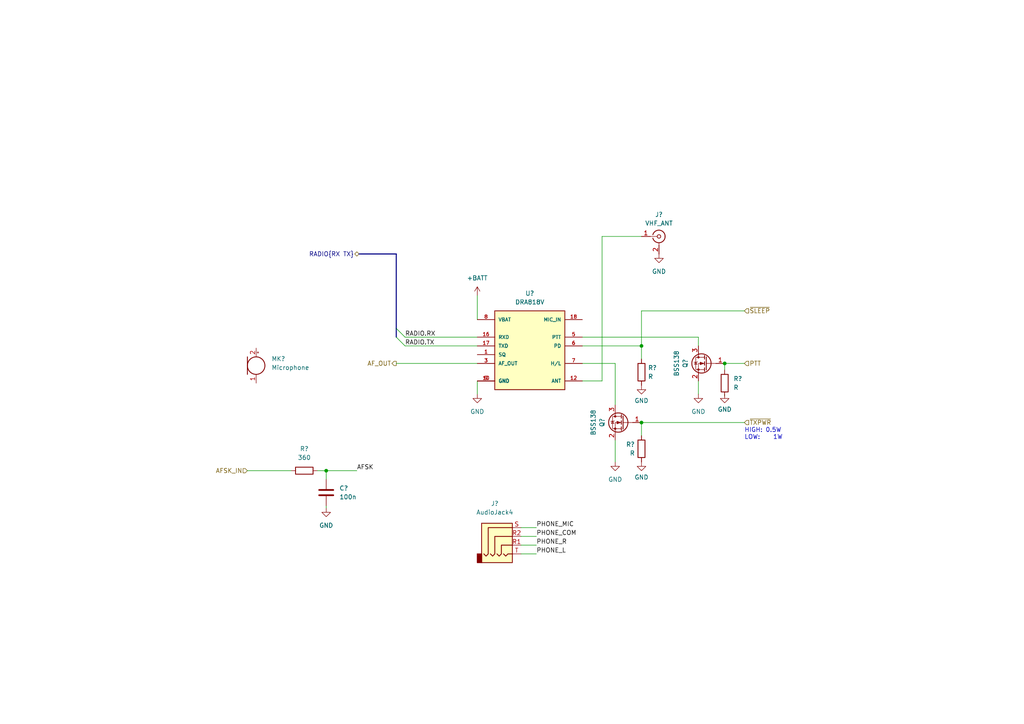
<source format=kicad_sch>
(kicad_sch (version 20211123) (generator eeschema)
  (paper "A4")
  (lib_symbols
    (symbol "Connector:AudioJack4"
      (property "Reference" "J" (at 0 8.89 0))
      (property "Value" "AudioJack4" (at 0 6.35 0))
      (symbol "AudioJack4_0_1"
        (rectangle (start -6.35 -5.08) (end -7.62 -7.62) (stroke (width 0.254)) (fill (type outline)))
        (polyline (pts (xy 0 -5.08) (xy 0.635 -5.715) (xy 1.27 -5.08) (xy 2.54 -5.08)) (stroke (width 0.254)))
        (polyline (pts (xy -5.715 -5.08) (xy -5.08 -5.715) (xy -4.445 -5.08) (xy -4.445 2.54) (xy 2.54 2.54)) (stroke (width 0.254)))
        (polyline (pts (xy -1.905 -5.08) (xy -1.27 -5.715) (xy -0.635 -5.08) (xy -0.635 -2.54) (xy 2.54 -2.54)) (stroke (width 0.254)))
        (polyline (pts (xy 2.54 0) (xy -2.54 0) (xy -2.54 -5.08) (xy -3.175 -5.715) (xy -3.81 -5.08)) (stroke (width 0.254)))
        (rectangle (start 2.54 3.81) (end -6.35 -7.62) (stroke (width 0.254)) (fill (type background)))
      )
      (symbol "AudioJack4_1_1"
        (pin passive line (at 5.08 -2.54 180) (length 2.54) (name "~") (number "R1"))
        (pin passive line (at 5.08 0 180) (length 2.54) (name "~") (number "R2"))
        (pin passive line (at 5.08 2.54 180) (length 2.54) (name "~") (number "S"))
        (pin passive line (at 5.08 -5.08 180) (length 2.54) (name "~") (number "T"))
      )
    )
    (symbol "Connector:Conn_Coaxial" (pin_names (offset 1.016) hide)
      (property "Reference" "J" (at 0.254 3.048 0))
      (property "Value" "Conn_Coaxial" (at 2.921 0 90))
      (symbol "Conn_Coaxial_0_1"
        (arc (start -1.778 -0.508) (mid 0.222 -1.808) (end 1.778 0) (stroke (width 0.254)))
        (polyline (pts (xy -2.54 0) (xy -0.508 0)))
        (polyline (pts (xy 0 -2.54) (xy 0 -1.778)))
        (circle (center 0 0) (radius 0.508) (stroke (width 0.2032)))
        (arc (start 1.778 0) (mid 0.222 1.8083) (end -1.778 0.508) (stroke (width 0.254)))
      )
      (symbol "Conn_Coaxial_1_1"
        (pin passive line (at -5.08 0 0) (length 2.54) (name "In") (number "1"))
        (pin passive line (at 0 -5.08 90) (length 2.54) (name "Ext") (number "2"))
      )
    )
    (symbol "DRA818V:DRA818V" (pin_names (offset 1.016))
      (property "Reference" "U" (at -10.1661 13.2159 0))
      (property "Value" "DRA818V" (at -10.1663 -12.7078 0))
      (symbol "DRA818V_0_0"
        (rectangle (start -10.16 -10.16) (end 10.16 12.7) (stroke (width 0.254)) (fill (type background)))
        (pin output line (at 15.24 0 180) (length 5.08) (name "SQ") (number "1"))
        (pin power_in line (at 15.24 -7.62 180) (length 5.08) (name "GND") (number "10"))
        (pin passive line (at -15.24 -7.62 0) (length 5.08) (name "ANT") (number "12"))
        (pin input line (at 15.24 5.08 180) (length 5.08) (name "RXD") (number "16"))
        (pin output line (at 15.24 2.54 180) (length 5.08) (name "TXD") (number "17"))
        (pin input line (at -15.24 10.16 0) (length 5.08) (name "MIC_IN") (number "18"))
        (pin output line (at 15.24 -2.54 180) (length 5.08) (name "AF_OUT") (number "3"))
        (pin input line (at -15.24 5.08 0) (length 5.08) (name "PTT") (number "5"))
        (pin input line (at -15.24 2.54 0) (length 5.08) (name "PD") (number "6"))
        (pin input line (at -15.24 -2.54 0) (length 5.08) (name "H/L") (number "7"))
        (pin power_in line (at 15.24 10.16 180) (length 5.08) (name "VBAT") (number "8"))
        (pin power_in line (at 15.24 -7.62 180) (length 5.08) (name "GND") (number "9"))
      )
    )
    (symbol "Device:C" (pin_numbers hide) (pin_names (offset 0.254))
      (property "Reference" "C" (at 0.635 2.54 0))
      (property "Value" "C" (at 0.635 -2.54 0))
      (symbol "C_0_1"
        (polyline (pts (xy -2.032 -0.762) (xy 2.032 -0.762)) (stroke (width 0.508)))
        (polyline (pts (xy -2.032 0.762) (xy 2.032 0.762)) (stroke (width 0.508)))
      )
      (symbol "C_1_1"
        (pin passive line (at 0 3.81 270) (length 2.794) (name "~") (number "1"))
        (pin passive line (at 0 -3.81 90) (length 2.794) (name "~") (number "2"))
      )
    )
    (symbol "Device:Microphone" (pin_names (offset 0.0254) hide)
      (property "Reference" "MK" (at -3.81 1.27 0))
      (property "Value" "Microphone" (at -3.81 -0.635 0))
      (symbol "Microphone_0_1"
        (polyline (pts (xy -2.54 2.54) (xy -2.54 -2.54)) (stroke (width 0.254)))
        (polyline (pts (xy 0.254 3.81) (xy 0.762 3.81)))
        (polyline (pts (xy 0.508 4.064) (xy 0.508 3.556)))
        (circle (center 0 0) (radius 2.54) (stroke (width 0.254)))
      )
      (symbol "Microphone_1_1"
        (pin passive line (at 0 -5.08 90) (length 2.54) (name "-") (number "1"))
        (pin passive line (at 0 5.08 270) (length 2.54) (name "+") (number "2"))
      )
    )
    (symbol "Device:R" (pin_numbers hide) (pin_names (offset 0))
      (property "Reference" "R" (at 2.032 0 90))
      (property "Value" "R" (at 0 0 90))
      (symbol "R_0_1"
        (rectangle (start -1.016 -2.54) (end 1.016 2.54) (stroke (width 0.254)))
      )
      (symbol "R_1_1"
        (pin passive line (at 0 3.81 270) (length 1.27) (name "~") (number "1"))
        (pin passive line (at 0 -3.81 90) (length 1.27) (name "~") (number "2"))
      )
    )
    (symbol "Transistor_FET:BSS138" (pin_names hide)
      (property "Reference" "Q" (at 5.08 1.905 0))
      (property "Value" "BSS138" (at 5.08 0 0))
      (symbol "BSS138_0_1"
        (polyline (pts (xy 0.254 0) (xy -2.54 0)))
        (polyline (pts (xy 0.254 1.905) (xy 0.254 -1.905)) (stroke (width 0.254)))
        (polyline (pts (xy 0.762 -1.27) (xy 0.762 -2.286)) (stroke (width 0.254)))
        (polyline (pts (xy 0.762 0.508) (xy 0.762 -0.508)) (stroke (width 0.254)))
        (polyline (pts (xy 0.762 2.286) (xy 0.762 1.27)) (stroke (width 0.254)))
        (polyline (pts (xy 2.54 2.54) (xy 2.54 1.778)))
        (polyline (pts (xy 2.54 -2.54) (xy 2.54 0) (xy 0.762 0)))
        (polyline (pts (xy 0.762 -1.778) (xy 3.302 -1.778) (xy 3.302 1.778) (xy 0.762 1.778)))
        (polyline (pts (xy 1.016 0) (xy 2.032 0.381) (xy 2.032 -0.381) (xy 1.016 0)) (fill (type outline)))
        (polyline (pts (xy 2.794 0.508) (xy 2.921 0.381) (xy 3.683 0.381) (xy 3.81 0.254)))
        (polyline (pts (xy 3.302 0.381) (xy 2.921 -0.254) (xy 3.683 -0.254) (xy 3.302 0.381)))
        (circle (center 1.651 0) (radius 2.794) (stroke (width 0.254)))
        (circle (center 2.54 -1.778) (radius 0.254) (fill (type outline)))
        (circle (center 2.54 1.778) (radius 0.254) (fill (type outline)))
      )
      (symbol "BSS138_1_1"
        (pin input line (at -5.08 0 0) (length 2.54) (name "G") (number "1"))
        (pin passive line (at 2.54 -5.08 90) (length 2.54) (name "S") (number "2"))
        (pin passive line (at 2.54 5.08 270) (length 2.54) (name "D") (number "3"))
      )
    )
    (symbol "power:+BATT" (power) (pin_names (offset 0))
      (property "Value" "+BATT" (at 0 3.556 0))
      (symbol "+BATT_0_1"
        (polyline (pts (xy -0.762 1.27) (xy 0 2.54)))
        (polyline (pts (xy 0 0) (xy 0 2.54)))
        (polyline (pts (xy 0 2.54) (xy 0.762 1.27)))
      )
      (symbol "+BATT_1_1"
        (pin power_in line (at 0 0 90) (length 0) hide (name "+BATT") (number "1"))
      )
    )
    (symbol "power:GND" (power) (pin_names (offset 0))
      (property "Value" "GND" (at 0 -3.81 0))
      (symbol "GND_0_1"
        (polyline (pts (xy 0 0) (xy 0 -1.27) (xy 1.27 -1.27) (xy 0 -2.54) (xy -1.27 -1.27) (xy 0 -1.27)))
      )
      (symbol "GND_1_1"
        (pin power_in line (at 0 0 270) (length 0) hide (name "GND") (number "1"))
      )
    )
  )
  (junction (at 210.185 105.41))
  (junction (at 186.055 122.555))
  (junction (at 94.615 136.525))
  (junction (at 186.055 100.33))
  (bus_entry (at 117.475 100.33) (size -2.54 -2.54))
  (bus_entry (at 117.475 97.79) (size -2.54 -2.54))
  (wire (pts (xy 168.91 100.33) (xy 186.055 100.33)))
  (bus (pts (xy 114.935 95.25) (xy 114.935 73.66)))
  (wire (pts (xy 71.755 136.525) (xy 84.455 136.525)))
  (wire (pts (xy 138.43 85.725) (xy 138.43 92.71)))
  (wire (pts (xy 186.055 122.555) (xy 186.055 126.365)))
  (wire (pts (xy 94.615 136.525) (xy 103.505 136.525)))
  (wire (pts (xy 117.475 100.33) (xy 138.43 100.33)))
  (wire (pts (xy 178.435 133.985) (xy 178.435 127.635)))
  (wire (pts (xy 215.9 90.17) (xy 186.055 90.17)))
  (wire (pts (xy 94.615 146.685) (xy 94.615 147.32)))
  (wire (pts (xy 174.625 68.58) (xy 186.055 68.58)))
  (wire (pts (xy 168.91 97.79) (xy 202.565 97.79)))
  (bus (pts (xy 104.14 73.66) (xy 114.935 73.66)))
  (wire (pts (xy 168.91 105.41) (xy 178.435 105.41)))
  (wire (pts (xy 202.565 97.79) (xy 202.565 100.33)))
  (wire (pts (xy 210.185 105.41) (xy 210.185 107.315)))
  (wire (pts (xy 155.575 160.655) (xy 151.13 160.655)))
  (wire (pts (xy 92.075 136.525) (xy 94.615 136.525)))
  (wire (pts (xy 186.055 122.555) (xy 215.9 122.555)))
  (wire (pts (xy 186.055 90.17) (xy 186.055 100.33)))
  (wire (pts (xy 186.055 100.33) (xy 186.055 104.14)))
  (wire (pts (xy 210.185 105.41) (xy 215.9 105.41)))
  (wire (pts (xy 178.435 105.41) (xy 178.435 117.475)))
  (wire (pts (xy 155.575 153.035) (xy 151.13 153.035)))
  (wire (pts (xy 151.13 155.575) (xy 155.575 155.575)))
  (wire (pts (xy 168.91 110.49) (xy 174.625 110.49)))
  (wire (pts (xy 155.575 158.115) (xy 151.13 158.115)))
  (wire (pts (xy 210.185 114.935) (xy 210.185 114.3)))
  (wire (pts (xy 94.615 136.525) (xy 94.615 139.065)))
  (wire (pts (xy 138.43 110.49) (xy 138.43 114.3)))
  (wire (pts (xy 138.43 97.79) (xy 117.475 97.79)))
  (wire (pts (xy 114.935 105.41) (xy 138.43 105.41)))
  (wire (pts (xy 174.625 110.49) (xy 174.625 68.58)))
  (bus (pts (xy 114.935 97.79) (xy 114.935 95.25)))
  (wire (pts (xy 202.565 114.3) (xy 202.565 110.49)))
  (text "HIGH: 0.5W\nLOW:    1W" (at 215.9 127.635 0) (effects (font (size 1.27 1.27)) (justify left bottom)))
  (label "PHONE_R" (at 155.575 158.115 0))
  (label "PHONE_L" (at 155.575 160.655 0))
  (label "PHONE_COM" (at 155.575 155.575 0))
  (label "RADIO.TX" (at 117.475 100.33 0))
  (label "PHONE_MIC" (at 155.575 153.035 0))
  (label "RADIO.RX" (at 117.475 97.79 0))
  (label "AFSK" (at 103.505 136.525 0))
  (hierarchical_label "PTT" (shape input) (at 215.9 105.41 0))
  (hierarchical_label "AFSK_IN" (shape input) (at 71.755 136.525 180))
  (hierarchical_label "~{SLEEP}" (shape input) (at 215.9 90.17 0))
  (hierarchical_label "RADIO{RX TX}" (shape bidirectional) (at 104.14 73.66 180))
  (hierarchical_label "~{TXPWR}" (shape input) (at 215.9 122.555 0))
  (hierarchical_label "AF_OUT" (shape output) (at 114.935 105.41 180))
  (symbol (lib_id "Connector:Conn_Coaxial") (at 191.135 68.58 0) (unit 1)
    (property "Reference" "J?" (at 191.135 62.23 0))
    (property "Value" "VHF_ANT" (at 191.135 64.77 0))
    (property "Datasheet" " ~" (effects hide))
  )
  (symbol (lib_id "Transistor_FET:BSS138") (at 180.975 122.555 0) (mirror y) (unit 1)
    (property "Reference" "Q?" (at 174.625 122.555 90))
    (property "Value" "BSS138" (at 172.085 122.555 90))
    (property "Footprint" "Package_TO_SOT_SMD:SOT-23" (effects hide))
    (property "Datasheet" "https://www.onsemi.com/pub/Collateral/BSS138-D.PDF" (effects hide))
  )
  (symbol (lib_id "power:GND") (at 186.055 111.76 0) (unit 1)
    (property "Reference" "#PWR0122" (effects hide))
    (property "Value" "GND" (at 186.055 116.205 0))
  )
  (symbol (lib_id "power:GND") (at 202.565 114.3 0) (unit 1)
    (property "Reference" "#PWR0161" (effects hide))
    (property "Value" "GND" (at 202.565 119.38 0))
  )
  (symbol (lib_id "Device:R") (at 186.055 107.95 0) (unit 1)
    (property "Reference" "R?" (at 187.96 106.6799 0) (effects (justify left)))
    (property "Value" "R" (at 187.96 109.2199 0) (effects (justify left)))
  )
  (symbol (lib_id "power:GND") (at 210.185 114.3 0) (unit 1)
    (property "Reference" "#PWR0162" (effects hide))
    (property "Value" "GND" (at 210.185 118.745 0))
  )
  (symbol (lib_id "Device:R") (at 210.185 111.125 0) (unit 1)
    (property "Reference" "R?" (at 212.725 109.8549 0) (effects (justify left)))
    (property "Value" "R" (at 212.725 112.3949 0) (effects (justify left)))
  )
  (symbol (lib_id "power:GND") (at 94.615 147.32 0) (unit 1)
    (property "Reference" "#PWR0125" (effects hide))
    (property "Value" "GND" (at 94.615 152.4 0))
  )
  (symbol (lib_id "power:GND") (at 138.43 114.3 0) (unit 1)
    (property "Reference" "#PWR0126" (effects hide))
    (property "Value" "GND" (at 138.43 119.38 0))
  )
  (symbol (lib_id "Device:R") (at 88.265 136.525 90) (unit 1)
    (property "Reference" "R?" (at 88.265 130.175 90))
    (property "Value" "360" (at 88.265 132.715 90))
  )
  (symbol (lib_id "power:GND") (at 178.435 133.985 0) (unit 1)
    (property "Reference" "#PWR0123" (effects hide))
    (property "Value" "GND" (at 178.435 139.065 0))
  )
  (symbol (lib_id "power:GND") (at 191.135 73.66 0) (mirror y) (unit 1)
    (property "Reference" "#PWR0127" (effects hide))
    (property "Value" "GND" (at 191.135 78.74 0))
  )
  (symbol (lib_id "power:+BATT") (at 138.43 85.725 0) (unit 1)
    (property "Reference" "#PWR0163" (effects hide))
    (property "Value" "+BATT" (at 138.43 80.645 0))
  )
  (symbol (lib_id "Device:R") (at 186.055 130.175 0) (mirror x) (unit 1)
    (property "Reference" "R?" (at 184.15 128.9049 0) (effects (justify right)))
    (property "Value" "R" (at 184.15 131.4449 0) (effects (justify right)))
  )
  (symbol (lib_id "Connector:AudioJack4") (at 146.05 155.575 0) (unit 1)
    (property "Reference" "J?" (at 143.51 146.05 0))
    (property "Value" "AudioJack4" (at 143.51 148.59 0))
    (property "Footprint" "Connector_Audio:Jack_3.5mm_PJ320D_Horizontal" (effects hide))
  )
  (symbol (lib_id "Transistor_FET:BSS138") (at 205.105 105.41 0) (mirror y) (unit 1)
    (property "Reference" "Q?" (at 198.755 105.41 90))
    (property "Value" "BSS138" (at 196.215 105.41 90))
    (property "Footprint" "Package_TO_SOT_SMD:SOT-23" (effects hide))
    (property "Datasheet" "https://www.onsemi.com/pub/Collateral/BSS138-D.PDF" (effects hide))
  )
  (symbol (lib_id "Device:C") (at 94.615 142.875 0) (unit 1)
    (property "Reference" "C?" (at 98.425 141.6049 0) (effects (justify left)))
    (property "Value" "100n" (at 98.425 144.1449 0) (effects (justify left)))
  )
  (symbol (lib_id "DRA818V:DRA818V") (at 153.67 102.87 0) (mirror y) (unit 1)
    (property "Reference" "U?" (at 153.67 85.09 0))
    (property "Value" "DRA818V" (at 153.67 87.63 0))
    (property "Footprint" "DORJI_DRA818V" (effects hide))
    (property "STANDARD" "MANUFACTURER RECOMMENDATIONS" (effects hide))
    (property "PART_REV" "1.23" (effects hide))
    (property "MANUFACTURER" "DORJI" (effects hide))
  )
  (symbol (lib_id "Device:Microphone") (at 74.295 106.045 0) (unit 1)
    (property "Reference" "MK?" (at 78.74 104.0764 0) (effects (justify left)))
    (property "Value" "Microphone" (at 78.74 106.6164 0) (effects (justify left)))
  )
  (symbol (lib_id "power:GND") (at 186.055 133.985 0) (unit 1)
    (property "Reference" "#PWR0160" (effects hide))
    (property "Value" "GND" (at 186.055 138.43 0))
  )
)
</source>
